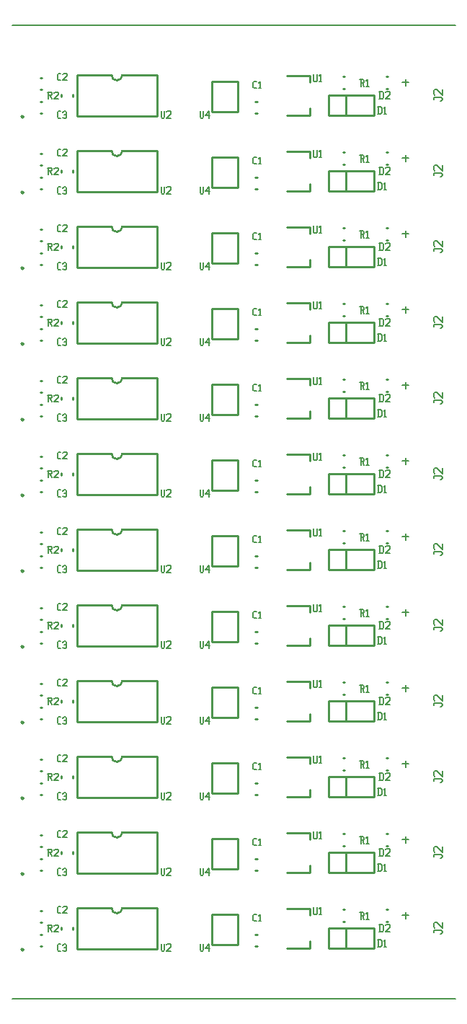
<source format=gbr>
G04 start of page 9 for group -4079 idx -4079 *
G04 Title: (unknown), topsilk *
G04 Creator: pcb 4.0.2 *
G04 CreationDate: Mon Jul 24 21:31:33 2023 UTC *
G04 For: railfan *
G04 Format: Gerber/RS-274X *
G04 PCB-Dimensions (mil): 3000.00 5500.00 *
G04 PCB-Coordinate-Origin: lower left *
%MOIN*%
%FSLAX25Y25*%
%LNTOPSILK*%
%ADD50C,0.0100*%
%ADD49C,0.0080*%
G54D49*X243000Y333500D02*X246000D01*
X244500Y335000D02*Y332000D01*
X243000Y298500D02*X246000D01*
X244500Y300000D02*Y297000D01*
X243000Y263500D02*X246000D01*
X244500Y265000D02*Y262000D01*
X243000Y228500D02*X246000D01*
X244500Y230000D02*Y227000D01*
X243000Y193500D02*X246000D01*
X244500Y195000D02*Y192000D01*
X243000Y403500D02*X246000D01*
X244500Y405000D02*Y402000D01*
X243000Y368500D02*X246000D01*
X243000Y473500D02*X246000D01*
X244500Y475000D02*Y472000D01*
X243000Y438500D02*X246000D01*
X244500Y440000D02*Y437000D01*
Y370000D02*Y367000D01*
X62500Y500000D02*X267500D01*
X243000Y158500D02*X246000D01*
X244500Y160000D02*Y157000D01*
X243000Y123500D02*X246000D01*
X244500Y125000D02*Y122000D01*
X243000Y88500D02*X246000D01*
X244500Y90000D02*Y87000D01*
X62500Y50000D02*X267500D01*
G54D50*X67837Y422732D02*G75*G03X67837Y422732I-500J0D01*G01*
X85245Y432893D02*Y432107D01*
X90755Y432893D02*Y432107D01*
X75607Y429755D02*X76393D01*
X75607Y424245D02*X76393D01*
X75607Y440755D02*X76393D01*
X75607Y435245D02*X76393D01*
X92500Y442000D02*Y423000D01*
X129500D01*
Y442000D01*
X92500D02*X108500D01*
X129500D02*X113500D01*
X108500D02*G75*G03X113500Y442000I2500J0D01*G01*
X67837Y387732D02*G75*G03X67837Y387732I-500J0D01*G01*
X85245Y397893D02*Y397107D01*
X90755Y397893D02*Y397107D01*
X75607Y394755D02*X76393D01*
X75607Y389245D02*X76393D01*
X75607Y405755D02*X76393D01*
X75607Y400245D02*X76393D01*
X92500Y407000D02*Y388000D01*
X129500D01*
Y407000D01*
X92500D02*X108500D01*
X129500D02*X113500D01*
X108500D02*G75*G03X113500Y407000I2500J0D01*G01*
X166900Y438900D02*Y425000D01*
X155100Y438900D02*X166900D01*
X155100D02*Y425000D01*
X166900D01*
X175107Y424245D02*X175893D01*
X175107Y429755D02*X175893D01*
X166900Y403900D02*Y390000D01*
X155100Y403900D02*X166900D01*
X155100D02*Y390000D01*
X166900D01*
X175107Y389245D02*X175893D01*
X175107Y394755D02*X175893D01*
X209000Y388200D02*X230000D01*
X209000Y397800D02*X230000D01*
X209000Y388200D02*Y397800D01*
X230000Y388200D02*Y397800D01*
X217000Y388200D02*Y397800D01*
X215607Y406255D02*X216393D01*
X215607Y400745D02*X216393D01*
X209000Y353200D02*X230000D01*
X209000Y362800D02*X230000D01*
X209000Y353200D02*Y362800D01*
X230000Y353200D02*Y362800D01*
X217000Y353200D02*Y362800D01*
X215607Y371255D02*X216393D01*
X215607Y365745D02*X216393D01*
X209000Y458200D02*X230000D01*
X209000Y467800D02*X230000D01*
X209000Y458200D02*Y467800D01*
X230000Y458200D02*Y467800D01*
X217000Y458200D02*Y467800D01*
X166900Y473900D02*Y460000D01*
X155100Y473900D02*X166900D01*
X155100D02*Y460000D01*
X166900D01*
X175107Y459245D02*X175893D01*
X175107Y464755D02*X175893D01*
X189520Y476750D02*X200150D01*
X189520Y458250D02*X200150D01*
Y476750D02*Y473500D01*
Y461500D02*Y458250D01*
X189520Y476750D02*Y476571D01*
Y458429D02*Y458250D01*
X215607Y476255D02*X216393D01*
X215607Y470745D02*X216393D01*
X209000Y423200D02*X230000D01*
X209000Y432800D02*X230000D01*
X209000Y423200D02*Y432800D01*
X230000Y423200D02*Y432800D01*
X217000Y423200D02*Y432800D01*
X215607Y441255D02*X216393D01*
X215607Y435745D02*X216393D01*
X67837Y457732D02*G75*G03X67837Y457732I-500J0D01*G01*
X85245Y467893D02*Y467107D01*
X90755Y467893D02*Y467107D01*
X75607Y464755D02*X76393D01*
X75607Y459245D02*X76393D01*
X75607Y475755D02*X76393D01*
X75607Y470245D02*X76393D01*
X92500Y477000D02*Y458000D01*
X129500D01*
Y477000D01*
X92500D02*X108500D01*
X129500D02*X113500D01*
X108500D02*G75*G03X113500Y477000I2500J0D01*G01*
X235607Y476255D02*X236393D01*
X235607Y470745D02*X236393D01*
X235607Y441255D02*X236393D01*
X235607Y435745D02*X236393D01*
X235607Y406255D02*X236393D01*
X235607Y400745D02*X236393D01*
X189520Y441750D02*X200150D01*
X189520Y423250D02*X200150D01*
Y441750D02*Y438500D01*
Y426500D02*Y423250D01*
X189520Y441750D02*Y441571D01*
Y423429D02*Y423250D01*
Y406750D02*X200150D01*
X189520Y388250D02*X200150D01*
Y406750D02*Y403500D01*
Y391500D02*Y388250D01*
X189520Y406750D02*Y406571D01*
Y388429D02*Y388250D01*
Y371750D02*X200150D01*
X189520Y353250D02*X200150D01*
Y371750D02*Y368500D01*
Y356500D02*Y353250D01*
X189520Y371750D02*Y371571D01*
Y353429D02*Y353250D01*
X235607Y371255D02*X236393D01*
X235607Y365745D02*X236393D01*
X67837Y352732D02*G75*G03X67837Y352732I-500J0D01*G01*
X85245Y362893D02*Y362107D01*
X90755Y362893D02*Y362107D01*
X75607Y359755D02*X76393D01*
X75607Y354245D02*X76393D01*
X75607Y370755D02*X76393D01*
X75607Y365245D02*X76393D01*
X92500Y372000D02*Y353000D01*
X129500D01*
Y372000D01*
X92500D02*X108500D01*
X129500D02*X113500D01*
X108500D02*G75*G03X113500Y372000I2500J0D01*G01*
X67837Y317732D02*G75*G03X67837Y317732I-500J0D01*G01*
X85245Y327893D02*Y327107D01*
X90755Y327893D02*Y327107D01*
X75607Y324755D02*X76393D01*
X75607Y319245D02*X76393D01*
X75607Y335755D02*X76393D01*
X75607Y330245D02*X76393D01*
X92500Y337000D02*Y318000D01*
X129500D01*
Y337000D01*
X92500D02*X108500D01*
X129500D02*X113500D01*
X108500D02*G75*G03X113500Y337000I2500J0D01*G01*
X209000Y318200D02*X230000D01*
X209000Y327800D02*X230000D01*
X209000Y318200D02*Y327800D01*
X230000Y318200D02*Y327800D01*
X217000Y318200D02*Y327800D01*
X215607Y336255D02*X216393D01*
X215607Y330745D02*X216393D01*
X235607Y336255D02*X236393D01*
X235607Y330745D02*X236393D01*
X215607Y301255D02*X216393D01*
X215607Y295745D02*X216393D01*
X235607Y301255D02*X236393D01*
X235607Y295745D02*X236393D01*
X166900Y368900D02*Y355000D01*
X155100Y368900D02*X166900D01*
X155100D02*Y355000D01*
X166900D01*
X175107Y354245D02*X175893D01*
X175107Y359755D02*X175893D01*
X166900Y333900D02*Y320000D01*
X155100Y333900D02*X166900D01*
X155100D02*Y320000D01*
X166900D01*
Y298900D02*Y285000D01*
X155100Y298900D02*X166900D01*
X155100D02*Y285000D01*
X166900D01*
X175107Y284245D02*X175893D01*
X175107Y289755D02*X175893D01*
X175107Y319245D02*X175893D01*
X175107Y324755D02*X175893D01*
X67837Y282732D02*G75*G03X67837Y282732I-500J0D01*G01*
X85245Y292893D02*Y292107D01*
X90755Y292893D02*Y292107D01*
X75607Y289755D02*X76393D01*
X75607Y284245D02*X76393D01*
X75607Y300755D02*X76393D01*
X75607Y295245D02*X76393D01*
X92500Y302000D02*Y283000D01*
X129500D01*
Y302000D01*
X92500D02*X108500D01*
X129500D02*X113500D01*
X108500D02*G75*G03X113500Y302000I2500J0D01*G01*
X67837Y247732D02*G75*G03X67837Y247732I-500J0D01*G01*
X85245Y257893D02*Y257107D01*
X90755Y257893D02*Y257107D01*
X75607Y254755D02*X76393D01*
X75607Y249245D02*X76393D01*
X75607Y265755D02*X76393D01*
X75607Y260245D02*X76393D01*
X92500Y267000D02*Y248000D01*
X129500D01*
Y267000D01*
X92500D02*X108500D01*
X129500D02*X113500D01*
X108500D02*G75*G03X113500Y267000I2500J0D01*G01*
X189520Y336750D02*X200150D01*
X189520Y318250D02*X200150D01*
Y336750D02*Y333500D01*
Y321500D02*Y318250D01*
X189520Y336750D02*Y336571D01*
Y318429D02*Y318250D01*
Y301750D02*X200150D01*
X189520Y283250D02*X200150D01*
Y301750D02*Y298500D01*
Y286500D02*Y283250D01*
X189520Y301750D02*Y301571D01*
Y283429D02*Y283250D01*
Y266750D02*X200150D01*
X189520Y248250D02*X200150D01*
Y266750D02*Y263500D01*
Y251500D02*Y248250D01*
X189520Y266750D02*Y266571D01*
Y248429D02*Y248250D01*
Y231750D02*X200150D01*
X189520Y213250D02*X200150D01*
Y231750D02*Y228500D01*
Y216500D02*Y213250D01*
X189520Y231750D02*Y231571D01*
Y213429D02*Y213250D01*
X209000Y283200D02*X230000D01*
X209000Y292800D02*X230000D01*
X209000Y283200D02*Y292800D01*
X230000Y283200D02*Y292800D01*
X217000Y283200D02*Y292800D01*
X215607Y266255D02*X216393D01*
X215607Y260745D02*X216393D01*
X235607Y266255D02*X236393D01*
X235607Y260745D02*X236393D01*
X166900Y263900D02*Y250000D01*
X155100Y263900D02*X166900D01*
X155100D02*Y250000D01*
X166900D01*
X175107Y249245D02*X175893D01*
X175107Y254755D02*X175893D01*
X166900Y228900D02*Y215000D01*
X155100Y228900D02*X166900D01*
X155100D02*Y215000D01*
X166900D01*
X175107Y214245D02*X175893D01*
X175107Y219755D02*X175893D01*
X209000Y248200D02*X230000D01*
X209000Y257800D02*X230000D01*
X209000Y248200D02*Y257800D01*
X230000Y248200D02*Y257800D01*
X217000Y248200D02*Y257800D01*
X209000Y213200D02*X230000D01*
X209000Y222800D02*X230000D01*
X209000Y213200D02*Y222800D01*
X230000Y213200D02*Y222800D01*
X217000Y213200D02*Y222800D01*
X215607Y231255D02*X216393D01*
X215607Y225745D02*X216393D01*
X235607Y231255D02*X236393D01*
X235607Y225745D02*X236393D01*
X67837Y212732D02*G75*G03X67837Y212732I-500J0D01*G01*
X85245Y222893D02*Y222107D01*
X90755Y222893D02*Y222107D01*
X75607Y219755D02*X76393D01*
X75607Y214245D02*X76393D01*
X75607Y230755D02*X76393D01*
X75607Y225245D02*X76393D01*
X92500Y232000D02*Y213000D01*
X129500D01*
Y232000D01*
X92500D02*X108500D01*
X129500D02*X113500D01*
X108500D02*G75*G03X113500Y232000I2500J0D01*G01*
X67837Y177732D02*G75*G03X67837Y177732I-500J0D01*G01*
X85245Y187893D02*Y187107D01*
X90755Y187893D02*Y187107D01*
X75607Y184755D02*X76393D01*
X75607Y179245D02*X76393D01*
X75607Y195755D02*X76393D01*
X75607Y190245D02*X76393D01*
X92500Y197000D02*Y178000D01*
X129500D01*
Y197000D01*
X92500D02*X108500D01*
X129500D02*X113500D01*
X108500D02*G75*G03X113500Y197000I2500J0D01*G01*
X209000Y178200D02*X230000D01*
X209000Y187800D02*X230000D01*
X209000Y178200D02*Y187800D01*
X230000Y178200D02*Y187800D01*
X217000Y178200D02*Y187800D01*
X189520Y196750D02*X200150D01*
X189520Y178250D02*X200150D01*
Y196750D02*Y193500D01*
Y181500D02*Y178250D01*
X189520Y196750D02*Y196571D01*
Y178429D02*Y178250D01*
X215607Y196255D02*X216393D01*
X215607Y190745D02*X216393D01*
X235607Y196255D02*X236393D01*
X235607Y190745D02*X236393D01*
X166900Y193900D02*Y180000D01*
X155100Y193900D02*X166900D01*
X155100D02*Y180000D01*
X166900D01*
X175107Y179245D02*X175893D01*
X175107Y184755D02*X175893D01*
X166900Y158900D02*Y145000D01*
X155100Y158900D02*X166900D01*
X155100D02*Y145000D01*
X166900D01*
X175107Y144245D02*X175893D01*
X175107Y149755D02*X175893D01*
X209000Y143200D02*X230000D01*
X209000Y152800D02*X230000D01*
X209000Y143200D02*Y152800D01*
X230000Y143200D02*Y152800D01*
X217000Y143200D02*Y152800D01*
X189520Y161750D02*X200150D01*
X189520Y143250D02*X200150D01*
Y161750D02*Y158500D01*
Y146500D02*Y143250D01*
X189520Y161750D02*Y161571D01*
Y143429D02*Y143250D01*
X215607Y161255D02*X216393D01*
X215607Y155745D02*X216393D01*
X235607Y161255D02*X236393D01*
X235607Y155745D02*X236393D01*
X67837Y142732D02*G75*G03X67837Y142732I-500J0D01*G01*
X85245Y152893D02*Y152107D01*
X90755Y152893D02*Y152107D01*
X75607Y149755D02*X76393D01*
X75607Y144245D02*X76393D01*
X75607Y160755D02*X76393D01*
X75607Y155245D02*X76393D01*
X92500Y162000D02*Y143000D01*
X129500D01*
Y162000D01*
X92500D02*X108500D01*
X129500D02*X113500D01*
X108500D02*G75*G03X113500Y162000I2500J0D01*G01*
X67837Y107732D02*G75*G03X67837Y107732I-500J0D01*G01*
X85245Y117893D02*Y117107D01*
X90755Y117893D02*Y117107D01*
X75607Y114755D02*X76393D01*
X75607Y109245D02*X76393D01*
X75607Y125755D02*X76393D01*
X75607Y120245D02*X76393D01*
X92500Y127000D02*Y108000D01*
X129500D01*
Y127000D01*
X92500D02*X108500D01*
X129500D02*X113500D01*
X108500D02*G75*G03X113500Y127000I2500J0D01*G01*
X67837Y72732D02*G75*G03X67837Y72732I-500J0D01*G01*
X85245Y82893D02*Y82107D01*
X90755Y82893D02*Y82107D01*
X75607Y79755D02*X76393D01*
X75607Y74245D02*X76393D01*
X75607Y90755D02*X76393D01*
X75607Y85245D02*X76393D01*
X92500Y92000D02*Y73000D01*
X129500D01*
Y92000D01*
X92500D02*X108500D01*
X129500D02*X113500D01*
X108500D02*G75*G03X113500Y92000I2500J0D01*G01*
X209000Y108200D02*X230000D01*
X209000Y117800D02*X230000D01*
X209000Y108200D02*Y117800D01*
X230000Y108200D02*Y117800D01*
X217000Y108200D02*Y117800D01*
X189520Y126750D02*X200150D01*
X189520Y108250D02*X200150D01*
Y126750D02*Y123500D01*
Y111500D02*Y108250D01*
X189520Y126750D02*Y126571D01*
Y108429D02*Y108250D01*
X215607Y126255D02*X216393D01*
X215607Y120745D02*X216393D01*
X235607Y126255D02*X236393D01*
X235607Y120745D02*X236393D01*
X166900Y123900D02*Y110000D01*
X155100Y123900D02*X166900D01*
X155100D02*Y110000D01*
X166900D01*
X175107Y109245D02*X175893D01*
X175107Y114755D02*X175893D01*
X166900Y88900D02*Y75000D01*
X155100Y88900D02*X166900D01*
X155100D02*Y75000D01*
X166900D01*
X175107Y74245D02*X175893D01*
X175107Y79755D02*X175893D01*
X209000Y73200D02*X230000D01*
X209000Y82800D02*X230000D01*
X209000Y73200D02*Y82800D01*
X230000Y73200D02*Y82800D01*
X217000Y73200D02*Y82800D01*
X189520Y91750D02*X200150D01*
X189520Y73250D02*X200150D01*
Y91750D02*Y88500D01*
Y76500D02*Y73250D01*
X189520Y91750D02*Y91571D01*
Y73429D02*Y73250D01*
X215607Y91255D02*X216393D01*
X215607Y85745D02*X216393D01*
X235607Y91255D02*X236393D01*
X235607Y85745D02*X236393D01*
G54D49*X78900Y469100D02*X80500D01*
X80900Y468700D01*
Y467900D01*
X80500Y467500D02*X80900Y467900D01*
X79300Y467500D02*X80500D01*
X79300Y469100D02*Y465900D01*
X79940Y467500D02*X80900Y465900D01*
X81860Y468700D02*X82260Y469100D01*
X83460D01*
X83860Y468700D01*
Y467900D01*
X81860Y465900D02*X83860Y467900D01*
X81860Y465900D02*X83860D01*
X84060Y457000D02*X85100D01*
X83500Y457560D02*X84060Y457000D01*
X83500Y459640D02*Y457560D01*
Y459640D02*X84060Y460200D01*
X85100D01*
X86060Y459800D02*X86460Y460200D01*
X87260D01*
X87660Y459800D01*
X87260Y457000D02*X87660Y457400D01*
X86460Y457000D02*X87260D01*
X86060Y457400D02*X86460Y457000D01*
Y458760D02*X87260D01*
X87660Y459800D02*Y459160D01*
Y458360D02*Y457400D01*
Y458360D02*X87260Y458760D01*
X87660Y459160D02*X87260Y458760D01*
X84060Y474500D02*X85100D01*
X83500Y475060D02*X84060Y474500D01*
X83500Y477140D02*Y475060D01*
Y477140D02*X84060Y477700D01*
X85100D01*
X86060Y477300D02*X86460Y477700D01*
X87660D01*
X88060Y477300D01*
Y476500D01*
X86060Y474500D02*X88060Y476500D01*
X86060Y474500D02*X88060D01*
X78900Y434100D02*X80500D01*
X80900Y433700D01*
Y432900D01*
X80500Y432500D02*X80900Y432900D01*
X79300Y432500D02*X80500D01*
X79300Y434100D02*Y430900D01*
X79940Y432500D02*X80900Y430900D01*
X81860Y433700D02*X82260Y434100D01*
X83460D01*
X83860Y433700D01*
Y432900D01*
X81860Y430900D02*X83860Y432900D01*
X81860Y430900D02*X83860D01*
X78900Y399100D02*X80500D01*
X80900Y398700D01*
Y397900D01*
X80500Y397500D02*X80900Y397900D01*
X79300Y397500D02*X80500D01*
X79300Y399100D02*Y395900D01*
X79940Y397500D02*X80900Y395900D01*
X81860Y398700D02*X82260Y399100D01*
X83460D01*
X83860Y398700D01*
Y397900D01*
X81860Y395900D02*X83860Y397900D01*
X81860Y395900D02*X83860D01*
X84060Y439500D02*X85100D01*
X83500Y440060D02*X84060Y439500D01*
X83500Y442140D02*Y440060D01*
Y442140D02*X84060Y442700D01*
X85100D01*
X86060Y442300D02*X86460Y442700D01*
X87660D01*
X88060Y442300D01*
Y441500D01*
X86060Y439500D02*X88060Y441500D01*
X86060Y439500D02*X88060D01*
X84060Y422000D02*X85100D01*
X83500Y422560D02*X84060Y422000D01*
X83500Y424640D02*Y422560D01*
Y424640D02*X84060Y425200D01*
X85100D01*
X86060Y424800D02*X86460Y425200D01*
X87260D01*
X87660Y424800D01*
X87260Y422000D02*X87660Y422400D01*
X86460Y422000D02*X87260D01*
X86060Y422400D02*X86460Y422000D01*
Y423760D02*X87260D01*
X87660Y424800D02*Y424160D01*
Y423360D02*Y422400D01*
Y423360D02*X87260Y423760D01*
X87660Y424160D02*X87260Y423760D01*
X84060Y387000D02*X85100D01*
X83500Y387560D02*X84060Y387000D01*
X83500Y389640D02*Y387560D01*
Y389640D02*X84060Y390200D01*
X85100D01*
X86060Y389800D02*X86460Y390200D01*
X87260D01*
X87660Y389800D01*
X87260Y387000D02*X87660Y387400D01*
X86460Y387000D02*X87260D01*
X86060Y387400D02*X86460Y387000D01*
Y388760D02*X87260D01*
X87660Y389800D02*Y389160D01*
Y388360D02*Y387400D01*
Y388360D02*X87260Y388760D01*
X87660Y389160D02*X87260Y388760D01*
X84060Y404500D02*X85100D01*
X83500Y405060D02*X84060Y404500D01*
X83500Y407140D02*Y405060D01*
Y407140D02*X84060Y407700D01*
X85100D01*
X86060Y407300D02*X86460Y407700D01*
X87660D01*
X88060Y407300D01*
Y406500D01*
X86060Y404500D02*X88060Y406500D01*
X86060Y404500D02*X88060D01*
X78900Y364100D02*X80500D01*
X80900Y363700D01*
Y362900D01*
X80500Y362500D02*X80900Y362900D01*
X79300Y362500D02*X80500D01*
X79300Y364100D02*Y360900D01*
X79940Y362500D02*X80900Y360900D01*
X81860Y363700D02*X82260Y364100D01*
X83460D01*
X83860Y363700D01*
Y362900D01*
X81860Y360900D02*X83860Y362900D01*
X81860Y360900D02*X83860D01*
X84060Y352000D02*X85100D01*
X83500Y352560D02*X84060Y352000D01*
X83500Y354640D02*Y352560D01*
Y354640D02*X84060Y355200D01*
X85100D01*
X86060Y354800D02*X86460Y355200D01*
X87260D01*
X87660Y354800D01*
X87260Y352000D02*X87660Y352400D01*
X86460Y352000D02*X87260D01*
X86060Y352400D02*X86460Y352000D01*
Y353760D02*X87260D01*
X87660Y354800D02*Y354160D01*
Y353360D02*Y352400D01*
Y353360D02*X87260Y353760D01*
X87660Y354160D02*X87260Y353760D01*
X84060Y369500D02*X85100D01*
X83500Y370060D02*X84060Y369500D01*
X83500Y372140D02*Y370060D01*
Y372140D02*X84060Y372700D01*
X85100D01*
X86060Y372300D02*X86460Y372700D01*
X87660D01*
X88060Y372300D01*
Y371500D01*
X86060Y369500D02*X88060Y371500D01*
X86060Y369500D02*X88060D01*
X78900Y329100D02*X80500D01*
X80900Y328700D01*
Y327900D01*
X80500Y327500D02*X80900Y327900D01*
X79300Y327500D02*X80500D01*
X79300Y329100D02*Y325900D01*
X79940Y327500D02*X80900Y325900D01*
X81860Y328700D02*X82260Y329100D01*
X83460D01*
X83860Y328700D01*
Y327900D01*
X81860Y325900D02*X83860Y327900D01*
X81860Y325900D02*X83860D01*
X84060Y317000D02*X85100D01*
X83500Y317560D02*X84060Y317000D01*
X83500Y319640D02*Y317560D01*
Y319640D02*X84060Y320200D01*
X85100D01*
X86060Y319800D02*X86460Y320200D01*
X87260D01*
X87660Y319800D01*
X87260Y317000D02*X87660Y317400D01*
X86460Y317000D02*X87260D01*
X86060Y317400D02*X86460Y317000D01*
Y318760D02*X87260D01*
X87660Y319800D02*Y319160D01*
Y318360D02*Y317400D01*
Y318360D02*X87260Y318760D01*
X87660Y319160D02*X87260Y318760D01*
X84060Y334500D02*X85100D01*
X83500Y335060D02*X84060Y334500D01*
X83500Y337140D02*Y335060D01*
Y337140D02*X84060Y337700D01*
X85100D01*
X86060Y337300D02*X86460Y337700D01*
X87660D01*
X88060Y337300D01*
Y336500D01*
X86060Y334500D02*X88060Y336500D01*
X86060Y334500D02*X88060D01*
X78900Y294100D02*X80500D01*
X80900Y293700D01*
Y292900D01*
X80500Y292500D02*X80900Y292900D01*
X79300Y292500D02*X80500D01*
X79300Y294100D02*Y290900D01*
X79940Y292500D02*X80900Y290900D01*
X81860Y293700D02*X82260Y294100D01*
X83460D01*
X83860Y293700D01*
Y292900D01*
X81860Y290900D02*X83860Y292900D01*
X81860Y290900D02*X83860D01*
X84060Y282000D02*X85100D01*
X83500Y282560D02*X84060Y282000D01*
X83500Y284640D02*Y282560D01*
Y284640D02*X84060Y285200D01*
X85100D01*
X86060Y284800D02*X86460Y285200D01*
X87260D01*
X87660Y284800D01*
X87260Y282000D02*X87660Y282400D01*
X86460Y282000D02*X87260D01*
X86060Y282400D02*X86460Y282000D01*
Y283760D02*X87260D01*
X87660Y284800D02*Y284160D01*
Y283360D02*Y282400D01*
Y283360D02*X87260Y283760D01*
X87660Y284160D02*X87260Y283760D01*
X84060Y299500D02*X85100D01*
X83500Y300060D02*X84060Y299500D01*
X83500Y302140D02*Y300060D01*
Y302140D02*X84060Y302700D01*
X85100D01*
X86060Y302300D02*X86460Y302700D01*
X87660D01*
X88060Y302300D01*
Y301500D01*
X86060Y299500D02*X88060Y301500D01*
X86060Y299500D02*X88060D01*
X78900Y259100D02*X80500D01*
X80900Y258700D01*
Y257900D01*
X80500Y257500D02*X80900Y257900D01*
X79300Y257500D02*X80500D01*
X79300Y259100D02*Y255900D01*
X79940Y257500D02*X80900Y255900D01*
X81860Y258700D02*X82260Y259100D01*
X83460D01*
X83860Y258700D01*
Y257900D01*
X81860Y255900D02*X83860Y257900D01*
X81860Y255900D02*X83860D01*
X84060Y247000D02*X85100D01*
X83500Y247560D02*X84060Y247000D01*
X83500Y249640D02*Y247560D01*
Y249640D02*X84060Y250200D01*
X85100D01*
X86060Y249800D02*X86460Y250200D01*
X87260D01*
X87660Y249800D01*
X87260Y247000D02*X87660Y247400D01*
X86460Y247000D02*X87260D01*
X86060Y247400D02*X86460Y247000D01*
Y248760D02*X87260D01*
X87660Y249800D02*Y249160D01*
Y248360D02*Y247400D01*
Y248360D02*X87260Y248760D01*
X87660Y249160D02*X87260Y248760D01*
X84060Y264500D02*X85100D01*
X83500Y265060D02*X84060Y264500D01*
X83500Y267140D02*Y265060D01*
Y267140D02*X84060Y267700D01*
X85100D01*
X86060Y267300D02*X86460Y267700D01*
X87660D01*
X88060Y267300D01*
Y266500D01*
X86060Y264500D02*X88060Y266500D01*
X86060Y264500D02*X88060D01*
X78900Y224100D02*X80500D01*
X80900Y223700D01*
Y222900D01*
X80500Y222500D02*X80900Y222900D01*
X79300Y222500D02*X80500D01*
X79300Y224100D02*Y220900D01*
X79940Y222500D02*X80900Y220900D01*
X81860Y223700D02*X82260Y224100D01*
X83460D01*
X83860Y223700D01*
Y222900D01*
X81860Y220900D02*X83860Y222900D01*
X81860Y220900D02*X83860D01*
X84060Y212000D02*X85100D01*
X83500Y212560D02*X84060Y212000D01*
X83500Y214640D02*Y212560D01*
Y214640D02*X84060Y215200D01*
X85100D01*
X86060Y214800D02*X86460Y215200D01*
X87260D01*
X87660Y214800D01*
X87260Y212000D02*X87660Y212400D01*
X86460Y212000D02*X87260D01*
X86060Y212400D02*X86460Y212000D01*
Y213760D02*X87260D01*
X87660Y214800D02*Y214160D01*
Y213360D02*Y212400D01*
Y213360D02*X87260Y213760D01*
X87660Y214160D02*X87260Y213760D01*
X84060Y229500D02*X85100D01*
X83500Y230060D02*X84060Y229500D01*
X83500Y232140D02*Y230060D01*
Y232140D02*X84060Y232700D01*
X85100D01*
X86060Y232300D02*X86460Y232700D01*
X87660D01*
X88060Y232300D01*
Y231500D01*
X86060Y229500D02*X88060Y231500D01*
X86060Y229500D02*X88060D01*
X84060Y124500D02*X85100D01*
X83500Y125060D02*X84060Y124500D01*
X83500Y127140D02*Y125060D01*
Y127140D02*X84060Y127700D01*
X85100D01*
X86060Y127300D02*X86460Y127700D01*
X87660D01*
X88060Y127300D01*
Y126500D01*
X86060Y124500D02*X88060Y126500D01*
X86060Y124500D02*X88060D01*
X78900Y189100D02*X80500D01*
X80900Y188700D01*
Y187900D01*
X80500Y187500D02*X80900Y187900D01*
X79300Y187500D02*X80500D01*
X79300Y189100D02*Y185900D01*
X79940Y187500D02*X80900Y185900D01*
X81860Y188700D02*X82260Y189100D01*
X83460D01*
X83860Y188700D01*
Y187900D01*
X81860Y185900D02*X83860Y187900D01*
X81860Y185900D02*X83860D01*
X84060Y177000D02*X85100D01*
X83500Y177560D02*X84060Y177000D01*
X83500Y179640D02*Y177560D01*
Y179640D02*X84060Y180200D01*
X85100D01*
X86060Y179800D02*X86460Y180200D01*
X87260D01*
X87660Y179800D01*
X87260Y177000D02*X87660Y177400D01*
X86460Y177000D02*X87260D01*
X86060Y177400D02*X86460Y177000D01*
Y178760D02*X87260D01*
X87660Y179800D02*Y179160D01*
Y178360D02*Y177400D01*
Y178360D02*X87260Y178760D01*
X87660Y179160D02*X87260Y178760D01*
X84060Y194500D02*X85100D01*
X83500Y195060D02*X84060Y194500D01*
X83500Y197140D02*Y195060D01*
Y197140D02*X84060Y197700D01*
X85100D01*
X86060Y197300D02*X86460Y197700D01*
X87660D01*
X88060Y197300D01*
Y196500D01*
X86060Y194500D02*X88060Y196500D01*
X86060Y194500D02*X88060D01*
X78900Y154100D02*X80500D01*
X80900Y153700D01*
Y152900D01*
X80500Y152500D02*X80900Y152900D01*
X79300Y152500D02*X80500D01*
X79300Y154100D02*Y150900D01*
X79940Y152500D02*X80900Y150900D01*
X81860Y153700D02*X82260Y154100D01*
X83460D01*
X83860Y153700D01*
Y152900D01*
X81860Y150900D02*X83860Y152900D01*
X81860Y150900D02*X83860D01*
X84060Y142000D02*X85100D01*
X83500Y142560D02*X84060Y142000D01*
X83500Y144640D02*Y142560D01*
Y144640D02*X84060Y145200D01*
X85100D01*
X86060Y144800D02*X86460Y145200D01*
X87260D01*
X87660Y144800D01*
X87260Y142000D02*X87660Y142400D01*
X86460Y142000D02*X87260D01*
X86060Y142400D02*X86460Y142000D01*
Y143760D02*X87260D01*
X87660Y144800D02*Y144160D01*
Y143360D02*Y142400D01*
Y143360D02*X87260Y143760D01*
X87660Y144160D02*X87260Y143760D01*
X84060Y159500D02*X85100D01*
X83500Y160060D02*X84060Y159500D01*
X83500Y162140D02*Y160060D01*
Y162140D02*X84060Y162700D01*
X85100D01*
X86060Y162300D02*X86460Y162700D01*
X87660D01*
X88060Y162300D01*
Y161500D01*
X86060Y159500D02*X88060Y161500D01*
X86060Y159500D02*X88060D01*
X78900Y119100D02*X80500D01*
X80900Y118700D01*
Y117900D01*
X80500Y117500D02*X80900Y117900D01*
X79300Y117500D02*X80500D01*
X79300Y119100D02*Y115900D01*
X79940Y117500D02*X80900Y115900D01*
X81860Y118700D02*X82260Y119100D01*
X83460D01*
X83860Y118700D01*
Y117900D01*
X81860Y115900D02*X83860Y117900D01*
X81860Y115900D02*X83860D01*
X84060Y107000D02*X85100D01*
X83500Y107560D02*X84060Y107000D01*
X83500Y109640D02*Y107560D01*
Y109640D02*X84060Y110200D01*
X85100D01*
X86060Y109800D02*X86460Y110200D01*
X87260D01*
X87660Y109800D01*
X87260Y107000D02*X87660Y107400D01*
X86460Y107000D02*X87260D01*
X86060Y107400D02*X86460Y107000D01*
Y108760D02*X87260D01*
X87660Y109800D02*Y109160D01*
Y108360D02*Y107400D01*
Y108360D02*X87260Y108760D01*
X87660Y109160D02*X87260Y108760D01*
X78900Y84100D02*X80500D01*
X80900Y83700D01*
Y82900D01*
X80500Y82500D02*X80900Y82900D01*
X79300Y82500D02*X80500D01*
X79300Y84100D02*Y80900D01*
X79940Y82500D02*X80900Y80900D01*
X81860Y83700D02*X82260Y84100D01*
X83460D01*
X83860Y83700D01*
Y82900D01*
X81860Y80900D02*X83860Y82900D01*
X81860Y80900D02*X83860D01*
X84060Y72000D02*X85100D01*
X83500Y72560D02*X84060Y72000D01*
X83500Y74640D02*Y72560D01*
Y74640D02*X84060Y75200D01*
X85100D01*
X86060Y74800D02*X86460Y75200D01*
X87260D01*
X87660Y74800D01*
X87260Y72000D02*X87660Y72400D01*
X86460Y72000D02*X87260D01*
X86060Y72400D02*X86460Y72000D01*
Y73760D02*X87260D01*
X87660Y74800D02*Y74160D01*
Y73360D02*Y72400D01*
Y73360D02*X87260Y73760D01*
X87660Y74160D02*X87260Y73760D01*
X84060Y89500D02*X85100D01*
X83500Y90060D02*X84060Y89500D01*
X83500Y92140D02*Y90060D01*
Y92140D02*X84060Y92700D01*
X85100D01*
X86060Y92300D02*X86460Y92700D01*
X87660D01*
X88060Y92300D01*
Y91500D01*
X86060Y89500D02*X88060Y91500D01*
X86060Y89500D02*X88060D01*
X231900Y462200D02*Y459000D01*
X232940Y462200D02*X233500Y461640D01*
Y459560D01*
X232940Y459000D02*X233500Y459560D01*
X231500Y459000D02*X232940D01*
X231500Y462200D02*X232940D01*
X234460Y461560D02*X235100Y462200D01*
Y459000D01*
X234460D02*X235660D01*
X231900Y427200D02*Y424000D01*
X232940Y427200D02*X233500Y426640D01*
Y424560D01*
X232940Y424000D02*X233500Y424560D01*
X231500Y424000D02*X232940D01*
X231500Y427200D02*X232940D01*
X234460Y426560D02*X235100Y427200D01*
Y424000D01*
X234460D02*X235660D01*
X232750Y434350D02*Y431150D01*
X233790Y434350D02*X234350Y433790D01*
Y431710D01*
X233790Y431150D02*X234350Y431710D01*
X232350Y431150D02*X233790D01*
X232350Y434350D02*X233790D01*
X235310Y433950D02*X235710Y434350D01*
X236910D01*
X237310Y433950D01*
Y433150D01*
X235310Y431150D02*X237310Y433150D01*
X235310Y431150D02*X237310D01*
X202000Y477200D02*Y474400D01*
X202400Y474000D01*
X203200D01*
X203600Y474400D01*
Y477200D02*Y474400D01*
X204560Y476560D02*X205200Y477200D01*
Y474000D01*
X204560D02*X205760D01*
X202000Y442200D02*Y439400D01*
X202400Y439000D01*
X203200D01*
X203600Y439400D01*
Y442200D02*Y439400D01*
X204560Y441560D02*X205200Y442200D01*
Y439000D01*
X204560D02*X205760D01*
X202000Y372200D02*Y369400D01*
X202400Y369000D01*
X203200D01*
X203600Y369400D01*
Y372200D02*Y369400D01*
X204560Y371560D02*X205200Y372200D01*
Y369000D01*
X204560D02*X205760D01*
X202000Y337200D02*Y334400D01*
X202400Y334000D01*
X203200D01*
X203600Y334400D01*
Y337200D02*Y334400D01*
X204560Y336560D02*X205200Y337200D01*
Y334000D01*
X204560D02*X205760D01*
X223436Y474850D02*X225036D01*
X225436Y474450D01*
Y473650D01*
X225036Y473250D02*X225436Y473650D01*
X223836Y473250D02*X225036D01*
X223836Y474850D02*Y471650D01*
X224476Y473250D02*X225436Y471650D01*
X226396Y474210D02*X227036Y474850D01*
Y471650D01*
X226396D02*X227596D01*
X223436Y439850D02*X225036D01*
X225436Y439450D01*
Y438650D01*
X225036Y438250D02*X225436Y438650D01*
X223836Y438250D02*X225036D01*
X223836Y439850D02*Y436650D01*
X224476Y438250D02*X225436Y436650D01*
X226396Y439210D02*X227036Y439850D01*
Y436650D01*
X226396D02*X227596D01*
X232750Y469350D02*Y466150D01*
X233790Y469350D02*X234350Y468790D01*
Y466710D01*
X233790Y466150D02*X234350Y466710D01*
X232350Y466150D02*X233790D01*
X232350Y469350D02*X233790D01*
X235310Y468950D02*X235710Y469350D01*
X236910D01*
X237310Y468950D01*
Y468150D01*
X235310Y466150D02*X237310Y468150D01*
X235310Y466150D02*X237310D01*
X202000Y407200D02*Y404400D01*
X202400Y404000D01*
X203200D01*
X203600Y404400D01*
Y407200D02*Y404400D01*
X204560Y406560D02*X205200Y407200D01*
Y404000D01*
X204560D02*X205760D01*
X223436Y404850D02*X225036D01*
X225436Y404450D01*
Y403650D01*
X225036Y403250D02*X225436Y403650D01*
X223836Y403250D02*X225036D01*
X223836Y404850D02*Y401650D01*
X224476Y403250D02*X225436Y401650D01*
X226396Y404210D02*X227036Y404850D01*
Y401650D01*
X226396D02*X227596D01*
X202000Y302200D02*Y299400D01*
X202400Y299000D01*
X203200D01*
X203600Y299400D01*
Y302200D02*Y299400D01*
X204560Y301560D02*X205200Y302200D01*
Y299000D01*
X204560D02*X205760D01*
X202000Y267200D02*Y264400D01*
X202400Y264000D01*
X203200D01*
X203600Y264400D01*
Y267200D02*Y264400D01*
X204560Y266560D02*X205200Y267200D01*
Y264000D01*
X204560D02*X205760D01*
X202000Y232200D02*Y229400D01*
X202400Y229000D01*
X203200D01*
X203600Y229400D01*
Y232200D02*Y229400D01*
X204560Y231560D02*X205200Y232200D01*
Y229000D01*
X204560D02*X205760D01*
X202000Y197200D02*Y194400D01*
X202400Y194000D01*
X203200D01*
X203600Y194400D01*
Y197200D02*Y194400D01*
X204560Y196560D02*X205200Y197200D01*
Y194000D01*
X204560D02*X205760D01*
X174497Y470906D02*X175537D01*
X173937Y471466D02*X174497Y470906D01*
X173937Y473546D02*Y471466D01*
Y473546D02*X174497Y474106D01*
X175537D01*
X176497Y473466D02*X177137Y474106D01*
Y470906D01*
X176497D02*X177697D01*
X149500Y460300D02*Y457500D01*
X149900Y457100D01*
X150700D01*
X151100Y457500D01*
Y460300D02*Y457500D01*
X152060Y458300D02*X153660Y460300D01*
X152060Y458300D02*X154060D01*
X153660Y460300D02*Y457100D01*
X131500Y460230D02*Y457535D01*
X131885Y457150D01*
X132655D01*
X133040Y457535D01*
Y460230D02*Y457535D01*
X133964Y459845D02*X134349Y460230D01*
X135504D01*
X135889Y459845D01*
Y459075D01*
X133964Y457150D02*X135889Y459075D01*
X133964Y457150D02*X135889D01*
X174497Y435906D02*X175537D01*
X173937Y436466D02*X174497Y435906D01*
X173937Y438546D02*Y436466D01*
Y438546D02*X174497Y439106D01*
X175537D01*
X176497Y438466D02*X177137Y439106D01*
Y435906D01*
X176497D02*X177697D01*
X149500Y425300D02*Y422500D01*
X149900Y422100D01*
X150700D01*
X151100Y422500D01*
Y425300D02*Y422500D01*
X152060Y423300D02*X153660Y425300D01*
X152060Y423300D02*X154060D01*
X153660Y425300D02*Y422100D01*
X131500Y425230D02*Y422535D01*
X131885Y422150D01*
X132655D01*
X133040Y422535D01*
Y425230D02*Y422535D01*
X133964Y424845D02*X134349Y425230D01*
X135504D01*
X135889Y424845D01*
Y424075D01*
X133964Y422150D02*X135889Y424075D01*
X133964Y422150D02*X135889D01*
X174497Y400906D02*X175537D01*
X173937Y401466D02*X174497Y400906D01*
X173937Y403546D02*Y401466D01*
Y403546D02*X174497Y404106D01*
X175537D01*
X176497Y403466D02*X177137Y404106D01*
Y400906D01*
X176497D02*X177697D01*
X174497Y365906D02*X175537D01*
X173937Y366466D02*X174497Y365906D01*
X173937Y368546D02*Y366466D01*
Y368546D02*X174497Y369106D01*
X175537D01*
X176497Y368466D02*X177137Y369106D01*
Y365906D01*
X176497D02*X177697D01*
X149500Y390300D02*Y387500D01*
X149900Y387100D01*
X150700D01*
X151100Y387500D01*
Y390300D02*Y387500D01*
X152060Y388300D02*X153660Y390300D01*
X152060Y388300D02*X154060D01*
X153660Y390300D02*Y387100D01*
X131500Y390230D02*Y387535D01*
X131885Y387150D01*
X132655D01*
X133040Y387535D01*
Y390230D02*Y387535D01*
X133964Y389845D02*X134349Y390230D01*
X135504D01*
X135889Y389845D01*
Y389075D01*
X133964Y387150D02*X135889Y389075D01*
X133964Y387150D02*X135889D01*
X131500Y355230D02*Y352535D01*
X131885Y352150D01*
X132655D01*
X133040Y352535D01*
Y355230D02*Y352535D01*
X133964Y354845D02*X134349Y355230D01*
X135504D01*
X135889Y354845D01*
Y354075D01*
X133964Y352150D02*X135889Y354075D01*
X133964Y352150D02*X135889D01*
X231900Y392200D02*Y389000D01*
X232940Y392200D02*X233500Y391640D01*
Y389560D01*
X232940Y389000D02*X233500Y389560D01*
X231500Y389000D02*X232940D01*
X231500Y392200D02*X232940D01*
X234460Y391560D02*X235100Y392200D01*
Y389000D01*
X234460D02*X235660D01*
X232750Y399350D02*Y396150D01*
X233790Y399350D02*X234350Y398790D01*
Y396710D01*
X233790Y396150D02*X234350Y396710D01*
X232350Y396150D02*X233790D01*
X232350Y399350D02*X233790D01*
X235310Y398950D02*X235710Y399350D01*
X236910D01*
X237310Y398950D01*
Y398150D01*
X235310Y396150D02*X237310Y398150D01*
X235310Y396150D02*X237310D01*
X223436Y369850D02*X225036D01*
X225436Y369450D01*
Y368650D01*
X225036Y368250D02*X225436Y368650D01*
X223836Y368250D02*X225036D01*
X223836Y369850D02*Y366650D01*
X224476Y368250D02*X225436Y366650D01*
X226396Y369210D02*X227036Y369850D01*
Y366650D01*
X226396D02*X227596D01*
X231900Y357200D02*Y354000D01*
X232940Y357200D02*X233500Y356640D01*
Y354560D01*
X232940Y354000D02*X233500Y354560D01*
X231500Y354000D02*X232940D01*
X231500Y357200D02*X232940D01*
X234460Y356560D02*X235100Y357200D01*
Y354000D01*
X234460D02*X235660D01*
X232750Y364350D02*Y361150D01*
X233790Y364350D02*X234350Y363790D01*
Y361710D01*
X233790Y361150D02*X234350Y361710D01*
X232350Y361150D02*X233790D01*
X232350Y364350D02*X233790D01*
X235310Y363950D02*X235710Y364350D01*
X236910D01*
X237310Y363950D01*
Y363150D01*
X235310Y361150D02*X237310Y363150D01*
X235310Y361150D02*X237310D01*
X231900Y322200D02*Y319000D01*
X232940Y322200D02*X233500Y321640D01*
Y319560D01*
X232940Y319000D02*X233500Y319560D01*
X231500Y319000D02*X232940D01*
X231500Y322200D02*X232940D01*
X234460Y321560D02*X235100Y322200D01*
Y319000D01*
X234460D02*X235660D01*
X223436Y334850D02*X225036D01*
X225436Y334450D01*
Y333650D01*
X225036Y333250D02*X225436Y333650D01*
X223836Y333250D02*X225036D01*
X223836Y334850D02*Y331650D01*
X224476Y333250D02*X225436Y331650D01*
X226396Y334210D02*X227036Y334850D01*
Y331650D01*
X226396D02*X227596D01*
X232750Y329350D02*Y326150D01*
X233790Y329350D02*X234350Y328790D01*
Y326710D01*
X233790Y326150D02*X234350Y326710D01*
X232350Y326150D02*X233790D01*
X232350Y329350D02*X233790D01*
X235310Y328950D02*X235710Y329350D01*
X236910D01*
X237310Y328950D01*
Y328150D01*
X235310Y326150D02*X237310Y328150D01*
X235310Y326150D02*X237310D01*
X232750Y294350D02*Y291150D01*
X233790Y294350D02*X234350Y293790D01*
Y291710D01*
X233790Y291150D02*X234350Y291710D01*
X232350Y291150D02*X233790D01*
X232350Y294350D02*X233790D01*
X235310Y293950D02*X235710Y294350D01*
X236910D01*
X237310Y293950D01*
Y293150D01*
X235310Y291150D02*X237310Y293150D01*
X235310Y291150D02*X237310D01*
X257500Y291500D02*Y290700D01*
Y291500D02*X261000D01*
X261500Y291000D02*X261000Y291500D01*
X261500Y291000D02*Y290500D01*
X261000Y290000D02*X261500Y290500D01*
X260500Y290000D02*X261000D01*
X258000Y292700D02*X257500Y293200D01*
Y294700D02*Y293200D01*
Y294700D02*X258000Y295200D01*
X259000D01*
X261500Y292700D02*X259000Y295200D01*
X261500D02*Y292700D01*
X257500Y466500D02*Y465700D01*
Y466500D02*X261000D01*
X261500Y466000D02*X261000Y466500D01*
X261500Y466000D02*Y465500D01*
X261000Y465000D02*X261500Y465500D01*
X260500Y465000D02*X261000D01*
X258000Y467700D02*X257500Y468200D01*
Y469700D02*Y468200D01*
Y469700D02*X258000Y470200D01*
X259000D01*
X261500Y467700D02*X259000Y470200D01*
X261500D02*Y467700D01*
X257500Y431500D02*Y430700D01*
Y431500D02*X261000D01*
X261500Y431000D02*X261000Y431500D01*
X261500Y431000D02*Y430500D01*
X261000Y430000D02*X261500Y430500D01*
X260500Y430000D02*X261000D01*
X258000Y432700D02*X257500Y433200D01*
Y434700D02*Y433200D01*
Y434700D02*X258000Y435200D01*
X259000D01*
X261500Y432700D02*X259000Y435200D01*
X261500D02*Y432700D01*
X257500Y396500D02*Y395700D01*
Y396500D02*X261000D01*
X261500Y396000D02*X261000Y396500D01*
X261500Y396000D02*Y395500D01*
X261000Y395000D02*X261500Y395500D01*
X260500Y395000D02*X261000D01*
X258000Y397700D02*X257500Y398200D01*
Y399700D02*Y398200D01*
Y399700D02*X258000Y400200D01*
X259000D01*
X261500Y397700D02*X259000Y400200D01*
X261500D02*Y397700D01*
X257500Y361500D02*Y360700D01*
Y361500D02*X261000D01*
X261500Y361000D02*X261000Y361500D01*
X261500Y361000D02*Y360500D01*
X261000Y360000D02*X261500Y360500D01*
X260500Y360000D02*X261000D01*
X258000Y362700D02*X257500Y363200D01*
Y364700D02*Y363200D01*
Y364700D02*X258000Y365200D01*
X259000D01*
X261500Y362700D02*X259000Y365200D01*
X261500D02*Y362700D01*
X257500Y326500D02*Y325700D01*
Y326500D02*X261000D01*
X261500Y326000D02*X261000Y326500D01*
X261500Y326000D02*Y325500D01*
X261000Y325000D02*X261500Y325500D01*
X260500Y325000D02*X261000D01*
X258000Y327700D02*X257500Y328200D01*
Y329700D02*Y328200D01*
Y329700D02*X258000Y330200D01*
X259000D01*
X261500Y327700D02*X259000Y330200D01*
X261500D02*Y327700D01*
X257500Y256500D02*Y255700D01*
Y256500D02*X261000D01*
X261500Y256000D02*X261000Y256500D01*
X261500Y256000D02*Y255500D01*
X261000Y255000D02*X261500Y255500D01*
X260500Y255000D02*X261000D01*
X258000Y257700D02*X257500Y258200D01*
Y259700D02*Y258200D01*
Y259700D02*X258000Y260200D01*
X259000D01*
X261500Y257700D02*X259000Y260200D01*
X261500D02*Y257700D01*
X257500Y221500D02*Y220700D01*
Y221500D02*X261000D01*
X261500Y221000D02*X261000Y221500D01*
X261500Y221000D02*Y220500D01*
X261000Y220000D02*X261500Y220500D01*
X260500Y220000D02*X261000D01*
X258000Y222700D02*X257500Y223200D01*
Y224700D02*Y223200D01*
Y224700D02*X258000Y225200D01*
X259000D01*
X261500Y222700D02*X259000Y225200D01*
X261500D02*Y222700D01*
X149500Y355300D02*Y352500D01*
X149900Y352100D01*
X150700D01*
X151100Y352500D01*
Y355300D02*Y352500D01*
X152060Y353300D02*X153660Y355300D01*
X152060Y353300D02*X154060D01*
X153660Y355300D02*Y352100D01*
X149500Y320300D02*Y317500D01*
X149900Y317100D01*
X150700D01*
X151100Y317500D01*
Y320300D02*Y317500D01*
X152060Y318300D02*X153660Y320300D01*
X152060Y318300D02*X154060D01*
X153660Y320300D02*Y317100D01*
X174497Y330906D02*X175537D01*
X173937Y331466D02*X174497Y330906D01*
X173937Y333546D02*Y331466D01*
Y333546D02*X174497Y334106D01*
X175537D01*
X176497Y333466D02*X177137Y334106D01*
Y330906D01*
X176497D02*X177697D01*
X174497Y295906D02*X175537D01*
X173937Y296466D02*X174497Y295906D01*
X173937Y298546D02*Y296466D01*
Y298546D02*X174497Y299106D01*
X175537D01*
X176497Y298466D02*X177137Y299106D01*
Y295906D01*
X176497D02*X177697D01*
X131500Y320230D02*Y317535D01*
X131885Y317150D01*
X132655D01*
X133040Y317535D01*
Y320230D02*Y317535D01*
X133964Y319845D02*X134349Y320230D01*
X135504D01*
X135889Y319845D01*
Y319075D01*
X133964Y317150D02*X135889Y319075D01*
X133964Y317150D02*X135889D01*
X131500Y285230D02*Y282535D01*
X131885Y282150D01*
X132655D01*
X133040Y282535D01*
Y285230D02*Y282535D01*
X133964Y284845D02*X134349Y285230D01*
X135504D01*
X135889Y284845D01*
Y284075D01*
X133964Y282150D02*X135889Y284075D01*
X133964Y282150D02*X135889D01*
X131500Y215230D02*Y212535D01*
X131885Y212150D01*
X132655D01*
X133040Y212535D01*
Y215230D02*Y212535D01*
X133964Y214845D02*X134349Y215230D01*
X135504D01*
X135889Y214845D01*
Y214075D01*
X133964Y212150D02*X135889Y214075D01*
X133964Y212150D02*X135889D01*
X131500Y180230D02*Y177535D01*
X131885Y177150D01*
X132655D01*
X133040Y177535D01*
Y180230D02*Y177535D01*
X133964Y179845D02*X134349Y180230D01*
X135504D01*
X135889Y179845D01*
Y179075D01*
X133964Y177150D02*X135889Y179075D01*
X133964Y177150D02*X135889D01*
X131500Y145230D02*Y142535D01*
X131885Y142150D01*
X132655D01*
X133040Y142535D01*
Y145230D02*Y142535D01*
X133964Y144845D02*X134349Y145230D01*
X135504D01*
X135889Y144845D01*
Y144075D01*
X133964Y142150D02*X135889Y144075D01*
X133964Y142150D02*X135889D01*
X149500Y285300D02*Y282500D01*
X149900Y282100D01*
X150700D01*
X151100Y282500D01*
Y285300D02*Y282500D01*
X152060Y283300D02*X153660Y285300D01*
X152060Y283300D02*X154060D01*
X153660Y285300D02*Y282100D01*
X149500Y250300D02*Y247500D01*
X149900Y247100D01*
X150700D01*
X151100Y247500D01*
Y250300D02*Y247500D01*
X152060Y248300D02*X153660Y250300D01*
X152060Y248300D02*X154060D01*
X153660Y250300D02*Y247100D01*
X131500Y250230D02*Y247535D01*
X131885Y247150D01*
X132655D01*
X133040Y247535D01*
Y250230D02*Y247535D01*
X133964Y249845D02*X134349Y250230D01*
X135504D01*
X135889Y249845D01*
Y249075D01*
X133964Y247150D02*X135889Y249075D01*
X133964Y247150D02*X135889D01*
X174497Y260906D02*X175537D01*
X173937Y261466D02*X174497Y260906D01*
X173937Y263546D02*Y261466D01*
Y263546D02*X174497Y264106D01*
X175537D01*
X176497Y263466D02*X177137Y264106D01*
Y260906D01*
X176497D02*X177697D01*
X174497Y225906D02*X175537D01*
X173937Y226466D02*X174497Y225906D01*
X173937Y228546D02*Y226466D01*
Y228546D02*X174497Y229106D01*
X175537D01*
X176497Y228466D02*X177137Y229106D01*
Y225906D01*
X176497D02*X177697D01*
X231900Y287200D02*Y284000D01*
X232940Y287200D02*X233500Y286640D01*
Y284560D01*
X232940Y284000D02*X233500Y284560D01*
X231500Y284000D02*X232940D01*
X231500Y287200D02*X232940D01*
X234460Y286560D02*X235100Y287200D01*
Y284000D01*
X234460D02*X235660D01*
X223436Y299850D02*X225036D01*
X225436Y299450D01*
Y298650D01*
X225036Y298250D02*X225436Y298650D01*
X223836Y298250D02*X225036D01*
X223836Y299850D02*Y296650D01*
X224476Y298250D02*X225436Y296650D01*
X226396Y299210D02*X227036Y299850D01*
Y296650D01*
X226396D02*X227596D01*
X223436Y264850D02*X225036D01*
X225436Y264450D01*
Y263650D01*
X225036Y263250D02*X225436Y263650D01*
X223836Y263250D02*X225036D01*
X223836Y264850D02*Y261650D01*
X224476Y263250D02*X225436Y261650D01*
X226396Y264210D02*X227036Y264850D01*
Y261650D01*
X226396D02*X227596D01*
X223436Y229850D02*X225036D01*
X225436Y229450D01*
Y228650D01*
X225036Y228250D02*X225436Y228650D01*
X223836Y228250D02*X225036D01*
X223836Y229850D02*Y226650D01*
X224476Y228250D02*X225436Y226650D01*
X226396Y229210D02*X227036Y229850D01*
Y226650D01*
X226396D02*X227596D01*
X223436Y194850D02*X225036D01*
X225436Y194450D01*
Y193650D01*
X225036Y193250D02*X225436Y193650D01*
X223836Y193250D02*X225036D01*
X223836Y194850D02*Y191650D01*
X224476Y193250D02*X225436Y191650D01*
X226396Y194210D02*X227036Y194850D01*
Y191650D01*
X226396D02*X227596D01*
X231900Y252200D02*Y249000D01*
X232940Y252200D02*X233500Y251640D01*
Y249560D01*
X232940Y249000D02*X233500Y249560D01*
X231500Y249000D02*X232940D01*
X231500Y252200D02*X232940D01*
X234460Y251560D02*X235100Y252200D01*
Y249000D01*
X234460D02*X235660D01*
X232750Y259350D02*Y256150D01*
X233790Y259350D02*X234350Y258790D01*
Y256710D01*
X233790Y256150D02*X234350Y256710D01*
X232350Y256150D02*X233790D01*
X232350Y259350D02*X233790D01*
X235310Y258950D02*X235710Y259350D01*
X236910D01*
X237310Y258950D01*
Y258150D01*
X235310Y256150D02*X237310Y258150D01*
X235310Y256150D02*X237310D01*
X231900Y217200D02*Y214000D01*
X232940Y217200D02*X233500Y216640D01*
Y214560D01*
X232940Y214000D02*X233500Y214560D01*
X231500Y214000D02*X232940D01*
X231500Y217200D02*X232940D01*
X234460Y216560D02*X235100Y217200D01*
Y214000D01*
X234460D02*X235660D01*
X232750Y224350D02*Y221150D01*
X233790Y224350D02*X234350Y223790D01*
Y221710D01*
X233790Y221150D02*X234350Y221710D01*
X232350Y221150D02*X233790D01*
X232350Y224350D02*X233790D01*
X235310Y223950D02*X235710Y224350D01*
X236910D01*
X237310Y223950D01*
Y223150D01*
X235310Y221150D02*X237310Y223150D01*
X235310Y221150D02*X237310D01*
X149500Y215300D02*Y212500D01*
X149900Y212100D01*
X150700D01*
X151100Y212500D01*
Y215300D02*Y212500D01*
X152060Y213300D02*X153660Y215300D01*
X152060Y213300D02*X154060D01*
X153660Y215300D02*Y212100D01*
X149500Y180300D02*Y177500D01*
X149900Y177100D01*
X150700D01*
X151100Y177500D01*
Y180300D02*Y177500D01*
X152060Y178300D02*X153660Y180300D01*
X152060Y178300D02*X154060D01*
X153660Y180300D02*Y177100D01*
X174497Y190906D02*X175537D01*
X173937Y191466D02*X174497Y190906D01*
X173937Y193546D02*Y191466D01*
Y193546D02*X174497Y194106D01*
X175537D01*
X176497Y193466D02*X177137Y194106D01*
Y190906D01*
X176497D02*X177697D01*
X174497Y155906D02*X175537D01*
X173937Y156466D02*X174497Y155906D01*
X173937Y158546D02*Y156466D01*
Y158546D02*X174497Y159106D01*
X175537D01*
X176497Y158466D02*X177137Y159106D01*
Y155906D01*
X176497D02*X177697D01*
X149500Y145300D02*Y142500D01*
X149900Y142100D01*
X150700D01*
X151100Y142500D01*
Y145300D02*Y142500D01*
X152060Y143300D02*X153660Y145300D01*
X152060Y143300D02*X154060D01*
X153660Y145300D02*Y142100D01*
X149500Y110300D02*Y107500D01*
X149900Y107100D01*
X150700D01*
X151100Y107500D01*
Y110300D02*Y107500D01*
X152060Y108300D02*X153660Y110300D01*
X152060Y108300D02*X154060D01*
X153660Y110300D02*Y107100D01*
X149500Y75300D02*Y72500D01*
X149900Y72100D01*
X150700D01*
X151100Y72500D01*
Y75300D02*Y72500D01*
X152060Y73300D02*X153660Y75300D01*
X152060Y73300D02*X154060D01*
X153660Y75300D02*Y72100D01*
X131500Y75230D02*Y72535D01*
X131885Y72150D01*
X132655D01*
X133040Y72535D01*
Y75230D02*Y72535D01*
X133964Y74845D02*X134349Y75230D01*
X135504D01*
X135889Y74845D01*
Y74075D01*
X133964Y72150D02*X135889Y74075D01*
X133964Y72150D02*X135889D01*
X174497Y120906D02*X175537D01*
X173937Y121466D02*X174497Y120906D01*
X173937Y123546D02*Y121466D01*
Y123546D02*X174497Y124106D01*
X175537D01*
X176497Y123466D02*X177137Y124106D01*
Y120906D01*
X176497D02*X177697D01*
X174497Y85906D02*X175537D01*
X173937Y86466D02*X174497Y85906D01*
X173937Y88546D02*Y86466D01*
Y88546D02*X174497Y89106D01*
X175537D01*
X176497Y88466D02*X177137Y89106D01*
Y85906D01*
X176497D02*X177697D01*
X131500Y110230D02*Y107535D01*
X131885Y107150D01*
X132655D01*
X133040Y107535D01*
Y110230D02*Y107535D01*
X133964Y109845D02*X134349Y110230D01*
X135504D01*
X135889Y109845D01*
Y109075D01*
X133964Y107150D02*X135889Y109075D01*
X133964Y107150D02*X135889D01*
X231900Y182200D02*Y179000D01*
X232940Y182200D02*X233500Y181640D01*
Y179560D01*
X232940Y179000D02*X233500Y179560D01*
X231500Y179000D02*X232940D01*
X231500Y182200D02*X232940D01*
X234460Y181560D02*X235100Y182200D01*
Y179000D01*
X234460D02*X235660D01*
X232750Y189350D02*Y186150D01*
X233790Y189350D02*X234350Y188790D01*
Y186710D01*
X233790Y186150D02*X234350Y186710D01*
X232350Y186150D02*X233790D01*
X232350Y189350D02*X233790D01*
X235310Y188950D02*X235710Y189350D01*
X236910D01*
X237310Y188950D01*
Y188150D01*
X235310Y186150D02*X237310Y188150D01*
X235310Y186150D02*X237310D01*
X257500Y186500D02*Y185700D01*
Y186500D02*X261000D01*
X261500Y186000D02*X261000Y186500D01*
X261500Y186000D02*Y185500D01*
X261000Y185000D02*X261500Y185500D01*
X260500Y185000D02*X261000D01*
X258000Y187700D02*X257500Y188200D01*
Y189700D02*Y188200D01*
Y189700D02*X258000Y190200D01*
X259000D01*
X261500Y187700D02*X259000Y190200D01*
X261500D02*Y187700D01*
X202000Y162200D02*Y159400D01*
X202400Y159000D01*
X203200D01*
X203600Y159400D01*
Y162200D02*Y159400D01*
X204560Y161560D02*X205200Y162200D01*
Y159000D01*
X204560D02*X205760D01*
X202000Y127200D02*Y124400D01*
X202400Y124000D01*
X203200D01*
X203600Y124400D01*
Y127200D02*Y124400D01*
X204560Y126560D02*X205200Y127200D01*
Y124000D01*
X204560D02*X205760D01*
X223436Y159850D02*X225036D01*
X225436Y159450D01*
Y158650D01*
X225036Y158250D02*X225436Y158650D01*
X223836Y158250D02*X225036D01*
X223836Y159850D02*Y156650D01*
X224476Y158250D02*X225436Y156650D01*
X226396Y159210D02*X227036Y159850D01*
Y156650D01*
X226396D02*X227596D01*
X223436Y124850D02*X225036D01*
X225436Y124450D01*
Y123650D01*
X225036Y123250D02*X225436Y123650D01*
X223836Y123250D02*X225036D01*
X223836Y124850D02*Y121650D01*
X224476Y123250D02*X225436Y121650D01*
X226396Y124210D02*X227036Y124850D01*
Y121650D01*
X226396D02*X227596D01*
X231900Y112200D02*Y109000D01*
X232940Y112200D02*X233500Y111640D01*
Y109560D01*
X232940Y109000D02*X233500Y109560D01*
X231500Y109000D02*X232940D01*
X231500Y112200D02*X232940D01*
X234460Y111560D02*X235100Y112200D01*
Y109000D01*
X234460D02*X235660D01*
X232750Y119350D02*Y116150D01*
X233790Y119350D02*X234350Y118790D01*
Y116710D01*
X233790Y116150D02*X234350Y116710D01*
X232350Y116150D02*X233790D01*
X232350Y119350D02*X233790D01*
X235310Y118950D02*X235710Y119350D01*
X236910D01*
X237310Y118950D01*
Y118150D01*
X235310Y116150D02*X237310Y118150D01*
X235310Y116150D02*X237310D01*
X231900Y77200D02*Y74000D01*
X232940Y77200D02*X233500Y76640D01*
Y74560D01*
X232940Y74000D02*X233500Y74560D01*
X231500Y74000D02*X232940D01*
X231500Y77200D02*X232940D01*
X234460Y76560D02*X235100Y77200D01*
Y74000D01*
X234460D02*X235660D01*
X232750Y84350D02*Y81150D01*
X233790Y84350D02*X234350Y83790D01*
Y81710D01*
X233790Y81150D02*X234350Y81710D01*
X232350Y81150D02*X233790D01*
X232350Y84350D02*X233790D01*
X235310Y83950D02*X235710Y84350D01*
X236910D01*
X237310Y83950D01*
Y83150D01*
X235310Y81150D02*X237310Y83150D01*
X235310Y81150D02*X237310D01*
X202000Y92200D02*Y89400D01*
X202400Y89000D01*
X203200D01*
X203600Y89400D01*
Y92200D02*Y89400D01*
X204560Y91560D02*X205200Y92200D01*
Y89000D01*
X204560D02*X205760D01*
X223436Y89850D02*X225036D01*
X225436Y89450D01*
Y88650D01*
X225036Y88250D02*X225436Y88650D01*
X223836Y88250D02*X225036D01*
X223836Y89850D02*Y86650D01*
X224476Y88250D02*X225436Y86650D01*
X226396Y89210D02*X227036Y89850D01*
Y86650D01*
X226396D02*X227596D01*
X257500Y81500D02*Y80700D01*
Y81500D02*X261000D01*
X261500Y81000D02*X261000Y81500D01*
X261500Y81000D02*Y80500D01*
X261000Y80000D02*X261500Y80500D01*
X260500Y80000D02*X261000D01*
X258000Y82700D02*X257500Y83200D01*
Y84700D02*Y83200D01*
Y84700D02*X258000Y85200D01*
X259000D01*
X261500Y82700D02*X259000Y85200D01*
X261500D02*Y82700D01*
X231900Y147200D02*Y144000D01*
X232940Y147200D02*X233500Y146640D01*
Y144560D01*
X232940Y144000D02*X233500Y144560D01*
X231500Y144000D02*X232940D01*
X231500Y147200D02*X232940D01*
X234460Y146560D02*X235100Y147200D01*
Y144000D01*
X234460D02*X235660D01*
X232750Y154350D02*Y151150D01*
X233790Y154350D02*X234350Y153790D01*
Y151710D01*
X233790Y151150D02*X234350Y151710D01*
X232350Y151150D02*X233790D01*
X232350Y154350D02*X233790D01*
X235310Y153950D02*X235710Y154350D01*
X236910D01*
X237310Y153950D01*
Y153150D01*
X235310Y151150D02*X237310Y153150D01*
X235310Y151150D02*X237310D01*
X257500Y151500D02*Y150700D01*
Y151500D02*X261000D01*
X261500Y151000D02*X261000Y151500D01*
X261500Y151000D02*Y150500D01*
X261000Y150000D02*X261500Y150500D01*
X260500Y150000D02*X261000D01*
X258000Y152700D02*X257500Y153200D01*
Y154700D02*Y153200D01*
Y154700D02*X258000Y155200D01*
X259000D01*
X261500Y152700D02*X259000Y155200D01*
X261500D02*Y152700D01*
X257500Y116500D02*Y115700D01*
Y116500D02*X261000D01*
X261500Y116000D02*X261000Y116500D01*
X261500Y116000D02*Y115500D01*
X261000Y115000D02*X261500Y115500D01*
X260500Y115000D02*X261000D01*
X258000Y117700D02*X257500Y118200D01*
Y119700D02*Y118200D01*
Y119700D02*X258000Y120200D01*
X259000D01*
X261500Y117700D02*X259000Y120200D01*
X261500D02*Y117700D01*
M02*

</source>
